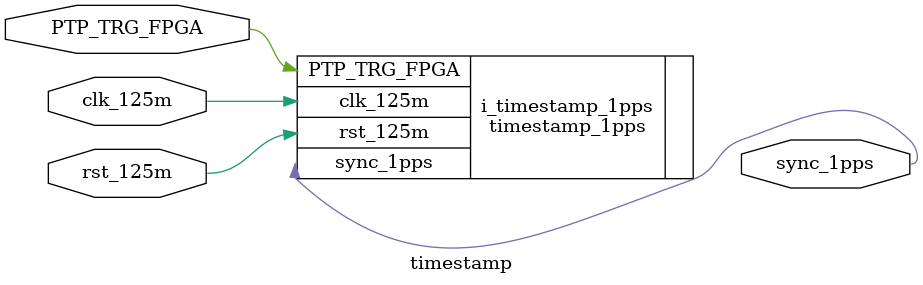
<source format=sv>
/*
Copyright (c) 2019 Chengdu JinZhiLi Technology Co., Ltd.
All rights reserved.
*/

`timescale 1 ns / 1 ps
`default_nettype none

module timestamp (
    input  wire clk_125m    ,
    input  wire rst_125m    ,
    input  wire PTP_TRG_FPGA,
    output wire sync_1pps
);

    timestamp_1pps i_timestamp_1pps (
        .clk_125m    (clk_125m    ),
        .rst_125m    (rst_125m    ),
        .PTP_TRG_FPGA(PTP_TRG_FPGA),
        .sync_1pps   (sync_1pps   )
    );

endmodule

</source>
